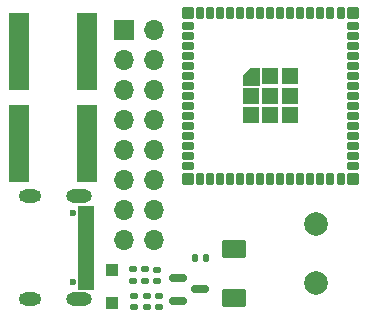
<source format=gbr>
%TF.GenerationSoftware,KiCad,Pcbnew,8.99.0-3218-gdd8f7901b1*%
%TF.CreationDate,2025-01-02T16:36:55-05:00*%
%TF.ProjectId,hack_matrix,6861636b-5f6d-4617-9472-69782e6b6963,rev?*%
%TF.SameCoordinates,Original*%
%TF.FileFunction,Soldermask,Top*%
%TF.FilePolarity,Negative*%
%FSLAX46Y46*%
G04 Gerber Fmt 4.6, Leading zero omitted, Abs format (unit mm)*
G04 Created by KiCad (PCBNEW 8.99.0-3218-gdd8f7901b1) date 2025-01-02 16:36:55*
%MOMM*%
%LPD*%
G01*
G04 APERTURE LIST*
G04 Aperture macros list*
%AMRoundRect*
0 Rectangle with rounded corners*
0 $1 Rounding radius*
0 $2 $3 $4 $5 $6 $7 $8 $9 X,Y pos of 4 corners*
0 Add a 4 corners polygon primitive as box body*
4,1,4,$2,$3,$4,$5,$6,$7,$8,$9,$2,$3,0*
0 Add four circle primitives for the rounded corners*
1,1,$1+$1,$2,$3*
1,1,$1+$1,$4,$5*
1,1,$1+$1,$6,$7*
1,1,$1+$1,$8,$9*
0 Add four rect primitives between the rounded corners*
20,1,$1+$1,$2,$3,$4,$5,0*
20,1,$1+$1,$4,$5,$6,$7,0*
20,1,$1+$1,$6,$7,$8,$9,0*
20,1,$1+$1,$8,$9,$2,$3,0*%
G04 Aperture macros list end*
%ADD10C,0.010000*%
%ADD11RoundRect,0.076750X-0.810250X-0.230250X0.810250X-0.230250X0.810250X0.230250X-0.810250X0.230250X0*%
%ADD12RoundRect,0.140000X-0.170000X0.140000X-0.170000X-0.140000X0.170000X-0.140000X0.170000X0.140000X0*%
%ADD13C,0.600000*%
%ADD14O,2.204000X1.104000*%
%ADD15O,1.904000X1.104000*%
%ADD16RoundRect,0.140000X0.140000X0.170000X-0.140000X0.170000X-0.140000X-0.170000X0.140000X-0.170000X0*%
%ADD17RoundRect,0.102000X-0.900000X0.675000X-0.900000X-0.675000X0.900000X-0.675000X0.900000X0.675000X0*%
%ADD18RoundRect,0.150000X-0.587500X-0.150000X0.587500X-0.150000X0.587500X0.150000X-0.587500X0.150000X0*%
%ADD19RoundRect,0.250000X-0.300000X0.300000X-0.300000X-0.300000X0.300000X-0.300000X0.300000X0.300000X0*%
%ADD20RoundRect,0.102000X-0.400000X-0.200000X0.400000X-0.200000X0.400000X0.200000X-0.400000X0.200000X0*%
%ADD21RoundRect,0.102000X-0.200000X-0.400000X0.200000X-0.400000X0.200000X0.400000X-0.200000X0.400000X0*%
%ADD22RoundRect,0.102000X-0.600000X-0.600000X0.600000X-0.600000X0.600000X0.600000X-0.600000X0.600000X0*%
%ADD23RoundRect,0.102000X-0.400000X-0.400000X0.400000X-0.400000X0.400000X0.400000X-0.400000X0.400000X0*%
%ADD24C,2.000000*%
%ADD25RoundRect,0.140000X0.170000X-0.140000X0.170000X0.140000X-0.170000X0.140000X-0.170000X-0.140000X0*%
%ADD26RoundRect,0.135000X0.185000X-0.135000X0.185000X0.135000X-0.185000X0.135000X-0.185000X-0.135000X0*%
%ADD27R,1.700000X1.700000*%
%ADD28O,1.700000X1.700000*%
G04 APERTURE END LIST*
D10*
%TO.C,J1*%
X174370000Y-84772570D02*
X173130000Y-84772570D01*
X173130000Y-84072570D01*
X174370000Y-84072570D01*
X174370000Y-84772570D01*
G36*
X174370000Y-84772570D02*
G01*
X173130000Y-84772570D01*
X173130000Y-84072570D01*
X174370000Y-84072570D01*
X174370000Y-84772570D01*
G37*
X174370000Y-85572570D02*
X173130000Y-85572570D01*
X173130000Y-84872570D01*
X174370000Y-84872570D01*
X174370000Y-85572570D01*
G36*
X174370000Y-85572570D02*
G01*
X173130000Y-85572570D01*
X173130000Y-84872570D01*
X174370000Y-84872570D01*
X174370000Y-85572570D01*
G37*
X174370000Y-86072570D02*
X173130000Y-86072570D01*
X173130000Y-85672570D01*
X174370000Y-85672570D01*
X174370000Y-86072570D01*
G36*
X174370000Y-86072570D02*
G01*
X173130000Y-86072570D01*
X173130000Y-85672570D01*
X174370000Y-85672570D01*
X174370000Y-86072570D01*
G37*
X174370000Y-86572570D02*
X173130000Y-86572570D01*
X173130000Y-86172570D01*
X174370000Y-86172570D01*
X174370000Y-86572570D01*
G36*
X174370000Y-86572570D02*
G01*
X173130000Y-86572570D01*
X173130000Y-86172570D01*
X174370000Y-86172570D01*
X174370000Y-86572570D01*
G37*
X174370000Y-87072570D02*
X173130000Y-87072570D01*
X173130000Y-86672570D01*
X174370000Y-86672570D01*
X174370000Y-87072570D01*
G36*
X174370000Y-87072570D02*
G01*
X173130000Y-87072570D01*
X173130000Y-86672570D01*
X174370000Y-86672570D01*
X174370000Y-87072570D01*
G37*
X174370000Y-87572570D02*
X173130000Y-87572570D01*
X173130000Y-87172570D01*
X174370000Y-87172570D01*
X174370000Y-87572570D01*
G36*
X174370000Y-87572570D02*
G01*
X173130000Y-87572570D01*
X173130000Y-87172570D01*
X174370000Y-87172570D01*
X174370000Y-87572570D01*
G37*
X174370000Y-88072570D02*
X173130000Y-88072570D01*
X173130000Y-87672570D01*
X174370000Y-87672570D01*
X174370000Y-88072570D01*
G36*
X174370000Y-88072570D02*
G01*
X173130000Y-88072570D01*
X173130000Y-87672570D01*
X174370000Y-87672570D01*
X174370000Y-88072570D01*
G37*
X174370000Y-88572570D02*
X173130000Y-88572570D01*
X173130000Y-88172570D01*
X174370000Y-88172570D01*
X174370000Y-88572570D01*
G36*
X174370000Y-88572570D02*
G01*
X173130000Y-88572570D01*
X173130000Y-88172570D01*
X174370000Y-88172570D01*
X174370000Y-88572570D01*
G37*
X174370000Y-89072570D02*
X173130000Y-89072570D01*
X173130000Y-88672570D01*
X174370000Y-88672570D01*
X174370000Y-89072570D01*
G36*
X174370000Y-89072570D02*
G01*
X173130000Y-89072570D01*
X173130000Y-88672570D01*
X174370000Y-88672570D01*
X174370000Y-89072570D01*
G37*
X174370000Y-89572570D02*
X173130000Y-89572570D01*
X173130000Y-89172570D01*
X174370000Y-89172570D01*
X174370000Y-89572570D01*
G36*
X174370000Y-89572570D02*
G01*
X173130000Y-89572570D01*
X173130000Y-89172570D01*
X174370000Y-89172570D01*
X174370000Y-89572570D01*
G37*
X174370000Y-90372570D02*
X173130000Y-90372570D01*
X173130000Y-89672570D01*
X174370000Y-89672570D01*
X174370000Y-90372570D01*
G36*
X174370000Y-90372570D02*
G01*
X173130000Y-90372570D01*
X173130000Y-89672570D01*
X174370000Y-89672570D01*
X174370000Y-90372570D01*
G37*
X174370000Y-91172570D02*
X173130000Y-91172570D01*
X173130000Y-90472570D01*
X174370000Y-90472570D01*
X174370000Y-91172570D01*
G36*
X174370000Y-91172570D02*
G01*
X173130000Y-91172570D01*
X173130000Y-90472570D01*
X174370000Y-90472570D01*
X174370000Y-91172570D01*
G37*
%TO.C,U4*%
X188433227Y-73846067D02*
X187033227Y-73846067D01*
X187033227Y-73096067D01*
X187683227Y-72446067D01*
X188433227Y-72446067D01*
X188433227Y-73846067D01*
G36*
X188433227Y-73846067D02*
G01*
X187033227Y-73846067D01*
X187033227Y-73096067D01*
X187683227Y-72446067D01*
X188433227Y-72446067D01*
X188433227Y-73846067D01*
G37*
%TD*%
D11*
%TO.C,U5*%
X168130000Y-68075000D03*
X168130000Y-68725000D03*
X168130000Y-69375000D03*
X168130000Y-70025000D03*
X168130000Y-70675000D03*
X168130000Y-71325000D03*
X168130000Y-71975000D03*
X168130000Y-72625000D03*
X168130000Y-73275000D03*
X168130000Y-73925000D03*
X173870000Y-73925000D03*
X173870000Y-73275000D03*
X173870000Y-72625000D03*
X173870000Y-71975000D03*
X173870000Y-71325000D03*
X173870000Y-70675000D03*
X173870000Y-70025000D03*
X173870000Y-69375000D03*
X173870000Y-68725000D03*
X173870000Y-68075000D03*
%TD*%
D12*
%TO.C,C5*%
X179823587Y-89511430D03*
X179823587Y-90471430D03*
%TD*%
D13*
%TO.C,J1*%
X172680000Y-84732570D03*
X172680000Y-90512570D03*
D14*
X173170000Y-83297570D03*
X173170000Y-91947570D03*
D15*
X169000000Y-83297570D03*
X169000000Y-91947570D03*
%TD*%
D16*
%TO.C,C10*%
X183980000Y-88500000D03*
X183020000Y-88500000D03*
%TD*%
D11*
%TO.C,U1*%
X168130000Y-75873396D03*
X168130000Y-76523396D03*
X168130000Y-77173396D03*
X168130000Y-77823396D03*
X168130000Y-78473396D03*
X168130000Y-79123396D03*
X168130000Y-79773396D03*
X168130000Y-80423396D03*
X168130000Y-81073396D03*
X168130000Y-81723396D03*
X173870000Y-81723396D03*
X173870000Y-81073396D03*
X173870000Y-80423396D03*
X173870000Y-79773396D03*
X173870000Y-79123396D03*
X173870000Y-78473396D03*
X173870000Y-77823396D03*
X173870000Y-77173396D03*
X173870000Y-76523396D03*
X173870000Y-75873396D03*
%TD*%
D17*
%TO.C,SW2*%
X186281235Y-87778738D03*
X186281235Y-91928738D03*
%TD*%
D18*
%TO.C,U3*%
X181562500Y-90215677D03*
X181562500Y-92115677D03*
X183437500Y-91165677D03*
%TD*%
D19*
%TO.C,D1*%
X175981590Y-89517116D03*
X175981590Y-92317116D03*
%TD*%
D20*
%TO.C,U4*%
X182383227Y-68846067D03*
X182383227Y-69696067D03*
X182383227Y-70546067D03*
X182383227Y-71396067D03*
X182383227Y-72246067D03*
X182383227Y-73096067D03*
X182383227Y-73946067D03*
X182383227Y-74796067D03*
X182383227Y-75646067D03*
X182383227Y-76496067D03*
X182383227Y-77346067D03*
X182383227Y-78196067D03*
X182383227Y-79046067D03*
X182383227Y-79896067D03*
X182383227Y-80746067D03*
D21*
X183433227Y-81796067D03*
X184283227Y-81796067D03*
X185133227Y-81796067D03*
X185983227Y-81796067D03*
X186833227Y-81796067D03*
X187683227Y-81796067D03*
X188533227Y-81796067D03*
X189383227Y-81796067D03*
X190233227Y-81796067D03*
X191083227Y-81796067D03*
X191933227Y-81796067D03*
X192783227Y-81796067D03*
X193633227Y-81796067D03*
X194483227Y-81796067D03*
X195333227Y-81796067D03*
D20*
X196383227Y-80746067D03*
X196383227Y-79896067D03*
X196383227Y-79046067D03*
X196383227Y-78196067D03*
X196383227Y-77346067D03*
X196383227Y-76496067D03*
X196383227Y-75646067D03*
X196383227Y-74796067D03*
X196383227Y-73946067D03*
X196383227Y-73096067D03*
X196383227Y-72246067D03*
X196383227Y-71396067D03*
X196383227Y-70546067D03*
X196383227Y-69696067D03*
X196383227Y-68846067D03*
D21*
X195333227Y-67796067D03*
X194483227Y-67796067D03*
X193633227Y-67796067D03*
X192783227Y-67796067D03*
X191933227Y-67796067D03*
X191083227Y-67796067D03*
X190233227Y-67796067D03*
X189383227Y-67796067D03*
X188533227Y-67796067D03*
X187683227Y-67796067D03*
X186833227Y-67796067D03*
X185983227Y-67796067D03*
X185133227Y-67796067D03*
X184283227Y-67796067D03*
X183433227Y-67796067D03*
D22*
X189383227Y-74796067D03*
X187733227Y-74796067D03*
X187733227Y-76446067D03*
X189383227Y-76446067D03*
X191033227Y-76446067D03*
X191033227Y-74796067D03*
X191033227Y-73146067D03*
X189383227Y-73146067D03*
D23*
X182383227Y-67796067D03*
X182383227Y-81796067D03*
X196383227Y-81796067D03*
X196383227Y-67796067D03*
%TD*%
D12*
%TO.C,C3*%
X178915544Y-91709385D03*
X178915544Y-92669385D03*
%TD*%
D24*
%TO.C,J2*%
X193216183Y-90602955D03*
X193216183Y-85602955D03*
%TD*%
D25*
%TO.C,C6*%
X179958278Y-92668128D03*
X179958278Y-91708128D03*
%TD*%
D26*
%TO.C,R2*%
X177784613Y-90500000D03*
X177784613Y-89480000D03*
%TD*%
%TO.C,R1*%
X178784613Y-90500000D03*
X178784613Y-89480000D03*
%TD*%
D12*
%TO.C,C4*%
X177871743Y-91711559D03*
X177871743Y-92671559D03*
%TD*%
D27*
%TO.C,U2*%
X176964810Y-69220000D03*
D28*
X179504810Y-69220000D03*
X176964810Y-71760000D03*
X179504810Y-71760000D03*
X176964810Y-74300000D03*
X179504810Y-74300000D03*
X176964810Y-76840000D03*
X179504810Y-76840000D03*
X176964810Y-79380000D03*
X179504810Y-79380000D03*
X176964810Y-81920000D03*
X179504810Y-81920000D03*
X176964810Y-84460000D03*
X179504810Y-84460000D03*
X176964810Y-87000000D03*
X179504810Y-87000000D03*
%TD*%
M02*

</source>
